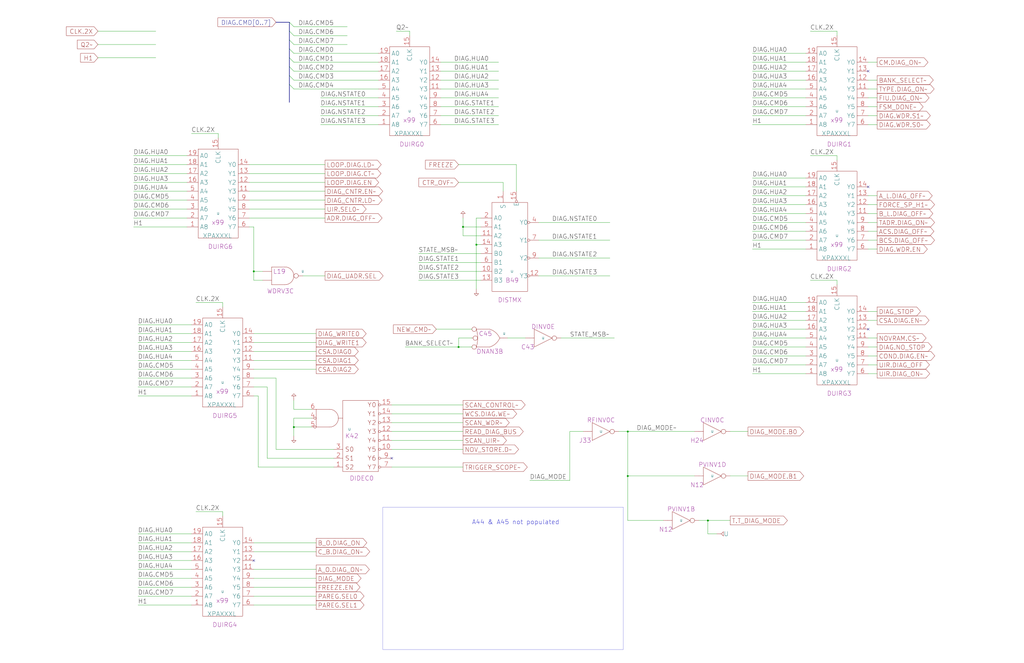
<source format=kicad_sch>
(kicad_sch (version 20220404) (generator eeschema)
  (paper "User" 584.2 378.46)
  (title_block (title "DIAGNOSTIC PROCESSOR\\nFINITE STATE MACHINE") (date "15-MAR-90") (rev "1.0") (comment 1 "TYPE") (comment 2 "232-003062") (comment 3 "S400") (comment 4 "RELEASED"))
  (lib_symbols
    (symbol "r1000:F04" (pin_numbers hide) (pin_names hide)
      (property "Reference" "U" (at 0 0 0))
      (property "Value" "F04" (at 1.27 -5.08 0))
      (property "Location" "___" (at -12.7 -5.08 0))
      (property "Name" "______" (at 0 5.08 0))
      (symbol "F04_0_1"
        (polyline (pts (xy -7.62 0) (xy -5.08 0)) (stroke (width 0.1524)))
        (polyline (pts (xy -5.08 5.08) (xy -5.08 -5.08)) (stroke (width 0.1524)))
        (polyline (pts (xy 5.08 0) (xy -5.08 -5.08)) (stroke (width 0.1524)))
        (polyline (pts (xy 5.08 0) (xy -5.08 5.08)) (stroke (width 0.1524)))
        (circle (center 6.35 0) (radius 1.27) (stroke (width 0.1524)))
      )
      (symbol "F04_1_1"
        (pin input line (at -10.16 0 0) (length 2.54) (name "D0") (number "1"))
        (pin output line (at 10.16 0 180) (length 2.54) (name "Q") (number "2"))
      )
    )
    (symbol "r1000:F10" (pin_numbers hide) (pin_names hide)
      (property "Reference" "U" (at 13.335 0 0))
      (property "Value" "F10" (at 5.715 -5.08 0))
      (property "Location" "___" (at -1.27 0 0))
      (property "Name" "______" (at -2.54 -10.16 0))
      (symbol "F10_0_1"
        (polyline (pts (xy -2.54 -7.62) (xy 5.08 -7.62)) (stroke (width 0.1524)))
        (polyline (pts (xy -2.54 2.54) (xy 5.08 2.54)) (stroke (width 0.1524)))
        (polyline (pts (xy -2.54 3.81) (xy -2.54 -8.89)) (stroke (width 0.1524)))
        (arc (start 5.08 -7.62) (mid 10.1282 -2.54) (end 5.08 2.54) (stroke (width 0.1524)))
        (circle (center 11.43 -2.54) (radius 1.27) (stroke (width 0.1524)))
      )
      (symbol "F10_0_2"
        (circle (center -3.81 -7.62) (radius 1.27) (stroke (width 0.1524)))
        (circle (center -3.81 2.54) (radius 1.27) (stroke (width 0.1524)))
        (circle (center -3.175 -2.54) (radius 1.27) (stroke (width 0.1524)))
        (arc (start -2.54 -7.62) (mid -1.8195 -2.54) (end -2.54 2.54) (stroke (width 0.1524)))
        (polyline (pts (xy -4.445 -2.54) (xy -5.08 -2.54)) (stroke (width 0.1524)))
        (polyline (pts (xy -2.54 -7.62) (xy 5.08 -7.62)) (stroke (width 0.1524)))
        (polyline (pts (xy -2.54 2.54) (xy 5.08 2.54)) (stroke (width 0.1524)))
        (polyline (pts (xy 10.795 -2.54) (xy 12.7 -2.54)) (stroke (width 0.1524)))
        (arc (start 5.08 -7.62) (mid 8.4845 -5.6954) (end 10.795 -2.54) (stroke (width 0.1524)))
        (arc (start 10.795 -2.54) (mid 8.4807 0.6111) (end 5.08 2.54) (stroke (width 0.1524)))
      )
      (symbol "F10_1_1"
        (pin input line (at -5.08 2.54 0) (length 2.54) (name "D0") (number "1"))
        (pin input line (at -5.08 -2.54 0) (length 2.54) (name "D1") (number "2"))
        (pin input line (at -5.08 -7.62 0) (length 2.54) (name "D2") (number "3"))
        (pin output line (at 15.24 -2.54 180) (length 2.54) (name "Q") (number "4"))
      )
      (symbol "F10_1_2"
        (pin input line (at -5.08 2.54 0) (length 0) (name "D0") (number "1"))
        (pin input line (at -5.08 -2.54 0) (length 0) (name "D1") (number "2"))
        (pin input line (at -5.08 -7.62 0) (length 0) (name "D2") (number "3"))
        (pin output line (at 15.24 -2.54 180) (length 2.54) (name "Q") (number "4"))
      )
    )
    (symbol "r1000:F138" (pin_names (offset 1.016) hide)
      (property "Reference" "U" (at 1.27 3.81 0))
      (property "Value" "F138" (at -1.27 10.16 0))
      (property "Location" "___" (at -1.27 0 0))
      (property "Name" "______" (at 8.255 -24.13 0))
      (symbol "F138_0_0"
        (arc (start -10.16 5.08) (mid -6.5679 6.5679) (end -5.08 10.16) (stroke (width 0.1524)))
        (arc (start -5.08 10.16) (mid -6.5679 13.7521) (end -10.16 15.24) (stroke (width 0.1524)))
        (polyline (pts (xy -17.78 5.08) (xy -10.16 5.08)) (stroke (width 0.1524)))
        (polyline (pts (xy -17.78 15.24) (xy -10.16 15.24)) (stroke (width 0.1524)))
      )
      (symbol "F138_0_1"
        (circle (center -18.415 5.08) (radius 0.635) (stroke (width 0.1524)))
        (circle (center -18.415 10.16) (radius 0.635) (stroke (width 0.1524)))
        (rectangle (start -2.54 20.32) (end 17.78 -20.32) (stroke (width 0.1524)))
        (polyline (pts (xy -19.05 15.24) (xy -17.78 15.24)) (stroke (width 0.1524)))
        (polyline (pts (xy -17.78 15.24) (xy -17.78 5.08)) (stroke (width 0.1524)))
        (polyline (pts (xy -2.54 10.16) (xy -5.08 10.16)) (stroke (width 0.1524)))
      )
      (symbol "F138_1_1"
        (circle (center 18.415 -17.78) (radius 0.635))
        (circle (center 18.415 -12.7) (radius 0.635))
        (circle (center 18.415 -7.62) (radius 0.635))
        (circle (center 18.415 -2.54) (radius 0.635))
        (circle (center 18.415 2.54) (radius 0.635))
        (circle (center 18.415 7.62) (radius 0.635))
        (circle (center 18.415 12.7) (radius 0.635))
        (circle (center 18.415 17.78) (radius 0.635))
        (text "0" (at 2.54 -7.62 0) (effects (font (size 2.54 2.54))))
        (text "0" (at 15.24 17.78 0) (effects (font (size 2.54 2.54))))
        (text "1" (at 2.54 -12.7 0) (effects (font (size 2.54 2.54))))
        (text "1" (at 15.24 12.7 0) (effects (font (size 2.54 2.54))))
        (text "2" (at 2.54 -17.78 0) (effects (font (size 2.54 2.54))))
        (text "2" (at 15.24 7.62 0) (effects (font (size 2.54 2.54))))
        (text "3" (at 15.24 2.54 0) (effects (font (size 2.54 2.54))))
        (text "4" (at 15.24 -2.54 0) (effects (font (size 2.54 2.54))))
        (text "5" (at 15.24 -7.62 0) (effects (font (size 2.54 2.54))))
        (text "6" (at 15.24 -12.7 0) (effects (font (size 2.54 2.54))))
        (text "7" (at 15.24 -17.78 0) (effects (font (size 2.54 2.54))))
        (text "S" (at 0 -17.78 0) (effects (font (size 2.54 2.54))))
        (text "S" (at 0 -12.7 0) (effects (font (size 2.54 2.54))))
        (text "S" (at 0 -7.62 0) (effects (font (size 2.54 2.54))))
        (text "Y" (at 12.7 -17.78 0) (effects (font (size 2.54 2.54))))
        (text "Y" (at 12.7 -12.7 0) (effects (font (size 2.54 2.54))))
        (text "Y" (at 12.7 -7.62 0) (effects (font (size 2.54 2.54))))
        (text "Y" (at 12.7 -2.54 0) (effects (font (size 2.54 2.54))))
        (text "Y" (at 12.7 2.54 0) (effects (font (size 2.54 2.54))))
        (text "Y" (at 12.7 7.62 0) (effects (font (size 2.54 2.54))))
        (text "Y" (at 12.7 12.7 0) (effects (font (size 2.54 2.54))))
        (text "Y" (at 12.7 17.78 0) (effects (font (size 2.54 2.54))))
        (pin input line (at -7.62 -17.78 0) (length 5.08) (name "S2") (number "1"))
        (pin output line (at 25.4 -7.62 180) (length 6.35) (name "Y5_") (number "10"))
        (pin output line (at 25.4 -2.54 180) (length 6.35) (name "Y4_") (number "11"))
        (pin output line (at 25.4 2.54 180) (length 6.35) (name "Y3_") (number "12"))
        (pin output line (at 25.4 7.62 180) (length 6.35) (name "Y2_") (number "13"))
        (pin output line (at 25.4 12.7 180) (length 6.35) (name "Y1_") (number "14"))
        (pin output line (at 25.4 17.78 180) (length 6.35) (name "Y0_") (number "15"))
        (pin input line (at -7.62 -12.7 0) (length 5.08) (name "S1") (number "2"))
        (pin input line (at -7.62 -7.62 0) (length 5.08) (name "S0") (number "3"))
        (pin input line (at -20.32 10.16 0) (length 1.27) (name "D1") (number "4"))
        (pin input line (at -20.32 5.08 0) (length 1.27) (name "D2") (number "5"))
        (pin input line (at -20.32 15.24 0) (length 1.27) (name "D0") (number "6"))
        (pin output line (at 25.4 -17.78 180) (length 6.35) (name "Y7_") (number "7"))
        (pin output line (at 25.4 -12.7 180) (length 6.35) (name "Y6_") (number "9"))
      )
    )
    (symbol "r1000:F158" (pin_names (offset 1.016))
      (property "Reference" "U" (at 2.54 5.08 0))
      (property "Value" "F158" (at -3.81 -5.08 0))
      (property "Location" "___" (at -1.27 0 0))
      (property "Name" "______" (at 1.27 -12.7 0))
      (symbol "F158_1_1"
        (rectangle (start -8.89 44.45) (end 11.43 -6.35))
        (circle (center 5.08 45.085) (radius 0.635))
        (circle (center 12.065 2.54) (radius 0.635))
        (circle (center 12.065 12.7) (radius 0.635))
        (circle (center 12.065 22.86) (radius 0.635))
        (circle (center 12.065 33.02) (radius 0.635))
        (pin input line (at -2.54 50.8 270) (length 6.35) (name "S") (number "1"))
        (pin input line (at -15.24 5.08 0) (length 6.35) (name "B2") (number "10"))
        (pin input line (at -15.24 25.4 0) (length 6.35) (name "A2") (number "11"))
        (pin output line (at 17.78 2.54 180) (length 5.08) (name "Y3") (number "12"))
        (pin input line (at -15.24 0 0) (length 6.35) (name "B3") (number "13"))
        (pin input line (at -15.24 20.32 0) (length 6.35) (name "A3") (number "14"))
        (pin input line (at 5.08 50.8 270) (length 5.08) (name "E") (number "15"))
        (pin input line (at -15.24 35.56 0) (length 6.35) (name "A0") (number "2"))
        (pin input line (at -15.24 15.24 0) (length 6.35) (name "B0") (number "3"))
        (pin output line (at 17.78 33.02 180) (length 5.08) (name "Y0") (number "4"))
        (pin input line (at -15.24 30.48 0) (length 6.35) (name "A1") (number "5"))
        (pin input line (at -15.24 10.16 0) (length 6.35) (name "B1") (number "6"))
        (pin output line (at 17.78 22.86 180) (length 5.08) (name "Y1") (number "7"))
        (pin output line (at 17.78 12.7 180) (length 5.08) (name "Y2") (number "9"))
      )
    )
    (symbol "r1000:F37" (pin_numbers hide) (pin_names (offset 0) hide)
      (property "Reference" "U" (at 15.24 0 0))
      (property "Value" "F37" (at 1.905 -5.08 0))
      (property "Location" "___" (at 1.905 0 0))
      (property "Name" "______" (at 2.54 -12.7 0))
      (symbol "F37_0_1"
        (polyline (pts (xy -2.54 -7.62) (xy 5.08 -7.62)) (stroke (width 0.1524)))
        (polyline (pts (xy -2.54 2.54) (xy -2.54 -7.62)) (stroke (width 0.1524)))
        (polyline (pts (xy -2.54 2.54) (xy 5.08 2.54)) (stroke (width 0.1524)))
        (arc (start 5.08 -7.62) (mid 10.1282 -2.54) (end 5.08 2.54) (stroke (width 0.1524)))
        (circle (center 11.43 -2.54) (radius 1.27) (stroke (width 0.1524)))
      )
      (symbol "F37_0_2"
        (circle (center -3.81 -5.08) (radius 1.27) (stroke (width 0.1524)))
        (circle (center -3.81 0) (radius 1.27) (stroke (width 0.1524)))
        (arc (start -3.175 -7.62) (mid -2.134 -2.54) (end -3.175 2.54) (stroke (width 0.1524)))
        (polyline (pts (xy -3.175 -7.62) (xy 3.81 -7.62)) (stroke (width 0.1524)))
        (polyline (pts (xy -3.175 2.54) (xy 3.81 2.54)) (stroke (width 0.1524)))
        (arc (start 3.81 -7.62) (mid 7.5855 -5.8306) (end 10.16 -2.54) (stroke (width 0.1524)))
        (arc (start 10.16 -2.54) (mid 7.5827 0.7471) (end 3.81 2.54) (stroke (width 0.1524)))
      )
      (symbol "F37_1_1"
        (pin input line (at -7.62 0 0) (length 5.08) (name "D0") (number "1"))
        (pin input line (at -7.62 -5.08 0) (length 5.08) (name "D1") (number "2"))
        (pin output line (at 15.24 -2.54 180) (length 2.54) (name "Q") (number "3"))
      )
      (symbol "F37_1_2"
        (pin input line (at -7.62 0 0) (length 2.54) (name "D0") (number "1"))
        (pin input line (at -7.62 -5.08 0) (length 2.54) (name "D1") (number "2"))
        (pin output line (at 15.24 -2.54 180) (length 5.08) (name "Q") (number "3"))
      )
    )
    (symbol "r1000:GB" (pin_numbers hide) (pin_names (offset 0) hide)
      (property "Reference" "GB" (at 3.81 0 0))
      (symbol "GB_0_1"
        (polyline (pts (xy 2.54 0) (xy 3.81 1.27) (xy 3.81 -1.27) (xy 2.54 0)) (stroke (width 0.1524)))
      )
      (symbol "GB_1_1"
        (pin bidirectional line (at 0 0 0) (length 2.54) (name "") (number "1"))
      )
    )
    (symbol "r1000:PD" (power) (pin_numbers hide) (pin_names hide) (in_bom no)
      (symbol "PD_0_1"
        (polyline (pts (xy 0 -2.54) (xy 1.27 -2.54) (xy 0 -3.81) (xy -1.27 -2.54) (xy 0 -2.54)) (stroke (width 0.1524)))
      )
      (symbol "PD_1_1"
        (pin power_in line (at 0 0 270) (length 2.54) (name "PD") (number "1"))
      )
    )
    (symbol "r1000:PU" (power) (pin_numbers hide) (pin_names hide)
      (symbol "PU_0_1"
        (polyline (pts (xy 0 2.54) (xy -1.27 2.54) (xy 0 3.81) (xy 1.27 2.54) (xy 0 2.54)) (stroke (width 0.1524)))
      )
      (symbol "PU_1_1"
        (pin power_in line (at 0 0 90) (length 2.54) (name "PU") (number "1"))
      )
    )
    (symbol "r1000:XPAXXXL" (pin_names (offset 1.016))
      (property "Reference" "U" (at 2.54 5.08 0))
      (property "Value" "XPAXXXL" (at -6.35 -7.62 0))
      (property "Location" "___" (at -1.27 0 0))
      (property "Name" "______" (at 3.81 -15.24 0))
      (symbol "XPAXXXL_1_1"
        (rectangle (start -8.89 41.91) (end 13.97 -8.89))
        (pin input line (at -15.24 -2.54 0) (length 6.35) (name "A8") (number "1"))
        (pin output line (at 20.32 17.78 180) (length 6.35) (name "Y3") (number "11"))
        (pin output line (at 20.32 22.86 180) (length 6.35) (name "Y2") (number "12"))
        (pin output line (at 20.32 27.94 180) (length 6.35) (name "Y1") (number "13"))
        (pin output line (at 20.32 33.02 180) (length 6.35) (name "Y0") (number "14"))
        (pin input line (at 2.54 48.26 270) (length 6.35) (name "CLK") (number "15"))
        (pin input line (at -15.24 22.86 0) (length 6.35) (name "A3") (number "16"))
        (pin input line (at -15.24 27.94 0) (length 6.35) (name "A2") (number "17"))
        (pin input line (at -15.24 33.02 0) (length 6.35) (name "A1") (number "18"))
        (pin input line (at -15.24 38.1 0) (length 6.35) (name "A0") (number "19"))
        (pin input line (at -15.24 2.54 0) (length 6.35) (name "A7") (number "2"))
        (pin input line (at -15.24 7.62 0) (length 6.35) (name "A6") (number "3"))
        (pin input line (at -15.24 12.7 0) (length 6.35) (name "A5") (number "4"))
        (pin input line (at -15.24 17.78 0) (length 6.35) (name "A4") (number "5"))
        (pin output line (at 20.32 -2.54 180) (length 6.35) (name "Y7") (number "6"))
        (pin output line (at 20.32 2.54 180) (length 6.35) (name "Y6") (number "7"))
        (pin output line (at 20.32 7.62 180) (length 6.35) (name "Y5") (number "8"))
        (pin output line (at 20.32 12.7 180) (length 6.35) (name "Y4") (number "9"))
      )
    )
  )
  (junction (at 358.14 246.38))
  (junction (at 403.86 297.18))
  (junction (at 264.16 129.54))
  (junction (at 167.64 243.84))
  (junction (at 261.62 198.12))
  (junction (at 144.78 154.94))
  (junction (at 358.14 271.78))
  (junction (at 271.78 139.7))
  (no_connect (at 495.3 40.64))
  (no_connect (at 495.3 106.68))
  (no_connect (at 495.3 187.96))
  (no_connect (at 144.78 320.04))
  (no_connect (at 223.52 261.62))
  (bus_entry (at 165.1 22.86) (size 2.54 2.54))
  (bus_entry (at 165.1 33.02) (size 2.54 2.54))
  (bus_entry (at 165.1 38.1) (size 2.54 2.54))
  (bus_entry (at 165.1 27.94) (size 2.54 2.54))
  (bus_entry (at 165.1 12.7) (size 2.54 2.54))
  (bus_entry (at 165.1 43.18) (size 2.54 2.54))
  (bus_entry (at 165.1 48.26) (size 2.54 2.54))
  (bus_entry (at 165.1 17.78) (size 2.54 2.54))
  (polyline (pts (xy 220.98 289.56) (xy 355.6 289.56)) (stroke (width 0.0243)))
  (wire (pts (xy 152.4 261.62) (xy 190.5 261.62)))
  (wire (pts (xy 157.48 256.54) (xy 190.5 256.54)))
  (wire (pts (xy 251.46 45.72) (xy 284.48 45.72)))
  (wire (pts (xy 238.76 149.86) (xy 274.32 149.86)))
  (wire (pts (xy 269.24 193.04) (xy 261.62 193.04)))
  (wire (pts (xy 144.78 309.88) (xy 180.34 309.88)))
  (wire (pts (xy 223.52 241.3) (xy 264.16 241.3)))
  (wire (pts (xy 144.78 210.82) (xy 180.34 210.82)))
  (wire (pts (xy 274.32 129.54) (xy 264.16 129.54)))
  (wire (pts (xy 78.74 210.82) (xy 109.22 210.82)))
  (wire (pts (xy 477.52 88.9) (xy 477.52 91.44)))
  (wire (pts (xy 144.78 200.66) (xy 180.34 200.66)))
  (wire (pts (xy 307.34 147.32) (xy 347.98 147.32)))
  (wire (pts (xy 251.46 50.8) (xy 284.48 50.8)))
  (wire (pts (xy 307.34 137.16) (xy 347.98 137.16)))
  (bus (pts (xy 157.48 12.7) (xy 165.1 12.7)))
  (wire (pts (xy 274.32 134.62) (xy 264.16 134.62)))
  (wire (pts (xy 495.3 66.04) (xy 500.38 66.04)))
  (wire (pts (xy 429.26 127) (xy 459.74 127)))
  (wire (pts (xy 55.88 33.02) (xy 88.9 33.02)))
  (wire (pts (xy 495.3 127) (xy 500.38 127)))
  (wire (pts (xy 238.76 144.78) (xy 274.32 144.78)))
  (wire (pts (xy 429.26 66.04) (xy 459.74 66.04)))
  (wire (pts (xy 238.76 160.02) (xy 274.32 160.02)))
  (wire (pts (xy 76.2 114.3) (xy 106.68 114.3)))
  (wire (pts (xy 144.78 330.2) (xy 180.34 330.2)))
  (wire (pts (xy 167.64 238.76) (xy 167.64 243.84)))
  (wire (pts (xy 182.88 71.12) (xy 215.9 71.12)))
  (wire (pts (xy 264.16 134.62) (xy 264.16 129.54)))
  (wire (pts (xy 78.74 226.06) (xy 109.22 226.06)))
  (wire (pts (xy 78.74 335.28) (xy 109.22 335.28)))
  (wire (pts (xy 477.52 17.78) (xy 477.52 20.32)))
  (wire (pts (xy 495.3 132.08) (xy 500.38 132.08)))
  (wire (pts (xy 233.68 20.32) (xy 233.68 17.78)))
  (wire (pts (xy 495.3 177.8) (xy 500.38 177.8)))
  (wire (pts (xy 416.56 246.38) (xy 426.72 246.38)))
  (wire (pts (xy 167.64 30.48) (xy 215.9 30.48)))
  (wire (pts (xy 287.02 109.22) (xy 287.02 104.14)))
  (wire (pts (xy 167.64 20.32) (xy 198.12 20.32)))
  (bus (pts (xy 165.1 38.1) (xy 165.1 43.18)))
  (wire (pts (xy 152.4 220.98) (xy 152.4 261.62)))
  (wire (pts (xy 78.74 330.2) (xy 109.22 330.2)))
  (wire (pts (xy 144.78 215.9) (xy 157.48 215.9)))
  (wire (pts (xy 403.86 297.18) (xy 416.56 297.18)))
  (polyline (pts (xy 355.6 289.56) (xy 355.6 370.84)) (stroke (width 0.0243)))
  (wire (pts (xy 238.76 154.94) (xy 274.32 154.94)))
  (wire (pts (xy 223.52 231.14) (xy 264.16 231.14)))
  (wire (pts (xy 248.92 187.96) (xy 269.24 187.96)))
  (wire (pts (xy 172.72 157.48) (xy 185.42 157.48)))
  (wire (pts (xy 429.26 142.24) (xy 459.74 142.24)))
  (wire (pts (xy 429.26 45.72) (xy 459.74 45.72)))
  (wire (pts (xy 429.26 132.08) (xy 459.74 132.08)))
  (wire (pts (xy 223.52 236.22) (xy 264.16 236.22)))
  (wire (pts (xy 462.28 88.9) (xy 477.52 88.9)))
  (wire (pts (xy 251.46 55.88) (xy 284.48 55.88)))
  (wire (pts (xy 76.2 93.98) (xy 106.68 93.98)))
  (wire (pts (xy 462.28 160.02) (xy 477.52 160.02)))
  (wire (pts (xy 353.06 246.38) (xy 358.14 246.38)))
  (wire (pts (xy 358.14 297.18) (xy 358.14 271.78)))
  (wire (pts (xy 144.78 345.44) (xy 180.34 345.44)))
  (wire (pts (xy 76.2 104.14) (xy 106.68 104.14)))
  (wire (pts (xy 358.14 271.78) (xy 358.14 246.38)))
  (wire (pts (xy 167.64 233.68) (xy 167.64 228.6)))
  (wire (pts (xy 78.74 304.8) (xy 109.22 304.8)))
  (wire (pts (xy 332.74 246.38) (xy 325.12 246.38)))
  (wire (pts (xy 495.3 137.16) (xy 500.38 137.16)))
  (wire (pts (xy 144.78 154.94) (xy 144.78 129.54)))
  (wire (pts (xy 429.26 40.64) (xy 459.74 40.64)))
  (wire (pts (xy 78.74 185.42) (xy 109.22 185.42)))
  (wire (pts (xy 429.26 121.92) (xy 459.74 121.92)))
  (wire (pts (xy 78.74 340.36) (xy 109.22 340.36)))
  (wire (pts (xy 274.32 124.46) (xy 271.78 124.46)))
  (wire (pts (xy 264.16 129.54) (xy 264.16 124.46)))
  (bus (pts (xy 165.1 27.94) (xy 165.1 33.02)))
  (wire (pts (xy 325.12 274.32) (xy 302.26 274.32)))
  (wire (pts (xy 429.26 203.2) (xy 459.74 203.2)))
  (wire (pts (xy 167.64 243.84) (xy 177.8 243.84)))
  (wire (pts (xy 142.24 124.46) (xy 185.42 124.46)))
  (wire (pts (xy 76.2 119.38) (xy 106.68 119.38)))
  (wire (pts (xy 495.3 182.88) (xy 500.38 182.88)))
  (wire (pts (xy 167.64 15.24) (xy 198.12 15.24)))
  (wire (pts (xy 226.06 17.78) (xy 233.68 17.78)))
  (wire (pts (xy 144.78 154.94) (xy 149.86 154.94)))
  (wire (pts (xy 142.24 119.38) (xy 185.42 119.38)))
  (wire (pts (xy 76.2 109.22) (xy 106.68 109.22)))
  (wire (pts (xy 495.3 203.2) (xy 500.38 203.2)))
  (wire (pts (xy 78.74 220.98) (xy 109.22 220.98)))
  (wire (pts (xy 78.74 345.44) (xy 109.22 345.44)))
  (wire (pts (xy 149.86 160.02) (xy 144.78 160.02)))
  (wire (pts (xy 271.78 139.7) (xy 271.78 165.1)))
  (wire (pts (xy 223.52 251.46) (xy 264.16 251.46)))
  (wire (pts (xy 294.64 93.98) (xy 261.62 93.98)))
  (wire (pts (xy 223.52 266.7) (xy 264.16 266.7)))
  (wire (pts (xy 124.46 76.2) (xy 124.46 78.74)))
  (wire (pts (xy 429.26 187.96) (xy 459.74 187.96)))
  (wire (pts (xy 55.88 25.4) (xy 88.9 25.4)))
  (wire (pts (xy 167.64 243.84) (xy 167.64 248.92)))
  (wire (pts (xy 495.3 142.24) (xy 500.38 142.24)))
  (wire (pts (xy 167.64 50.8) (xy 215.9 50.8)))
  (wire (pts (xy 429.26 106.68) (xy 459.74 106.68)))
  (wire (pts (xy 320.04 193.04) (xy 350.52 193.04)))
  (wire (pts (xy 167.64 25.4) (xy 198.12 25.4)))
  (wire (pts (xy 429.26 193.04) (xy 459.74 193.04)))
  (wire (pts (xy 147.32 226.06) (xy 147.32 266.7)))
  (wire (pts (xy 261.62 198.12) (xy 269.24 198.12)))
  (wire (pts (xy 78.74 314.96) (xy 109.22 314.96)))
  (wire (pts (xy 142.24 93.98) (xy 185.42 93.98)))
  (wire (pts (xy 495.3 121.92) (xy 500.38 121.92)))
  (wire (pts (xy 78.74 195.58) (xy 109.22 195.58)))
  (wire (pts (xy 76.2 99.06) (xy 106.68 99.06)))
  (wire (pts (xy 182.88 60.96) (xy 215.9 60.96)))
  (wire (pts (xy 142.24 104.14) (xy 185.42 104.14)))
  (wire (pts (xy 416.56 271.78) (xy 426.72 271.78)))
  (wire (pts (xy 144.78 195.58) (xy 180.34 195.58)))
  (bus (pts (xy 165.1 22.86) (xy 165.1 27.94)))
  (wire (pts (xy 78.74 190.5) (xy 109.22 190.5)))
  (wire (pts (xy 261.62 193.04) (xy 261.62 198.12)))
  (wire (pts (xy 78.74 320.04) (xy 109.22 320.04)))
  (wire (pts (xy 177.8 238.76) (xy 167.64 238.76)))
  (wire (pts (xy 147.32 266.7) (xy 190.5 266.7)))
  (bus (pts (xy 165.1 17.78) (xy 165.1 22.86)))
  (wire (pts (xy 358.14 271.78) (xy 396.24 271.78)))
  (wire (pts (xy 177.8 233.68) (xy 167.64 233.68)))
  (wire (pts (xy 127 172.72) (xy 127 175.26)))
  (wire (pts (xy 271.78 124.46) (xy 271.78 139.7)))
  (wire (pts (xy 294.64 109.22) (xy 294.64 93.98)))
  (bus (pts (xy 165.1 33.02) (xy 165.1 38.1)))
  (wire (pts (xy 55.88 17.78) (xy 88.9 17.78)))
  (wire (pts (xy 403.86 304.8) (xy 403.86 297.18)))
  (wire (pts (xy 144.78 205.74) (xy 180.34 205.74)))
  (wire (pts (xy 429.26 177.8) (xy 459.74 177.8)))
  (wire (pts (xy 251.46 40.64) (xy 284.48 40.64)))
  (wire (pts (xy 78.74 205.74) (xy 109.22 205.74)))
  (wire (pts (xy 429.26 111.76) (xy 459.74 111.76)))
  (wire (pts (xy 231.14 198.12) (xy 261.62 198.12)))
  (wire (pts (xy 144.78 160.02) (xy 144.78 154.94)))
  (wire (pts (xy 495.3 50.8) (xy 500.38 50.8)))
  (wire (pts (xy 144.78 226.06) (xy 147.32 226.06)))
  (bus (pts (xy 165.1 12.7) (xy 165.1 17.78)))
  (wire (pts (xy 429.26 101.6) (xy 459.74 101.6)))
  (wire (pts (xy 398.78 297.18) (xy 403.86 297.18)))
  (wire (pts (xy 109.22 76.2) (xy 124.46 76.2)))
  (wire (pts (xy 495.3 111.76) (xy 500.38 111.76)))
  (wire (pts (xy 429.26 30.48) (xy 459.74 30.48)))
  (wire (pts (xy 358.14 246.38) (xy 396.24 246.38)))
  (wire (pts (xy 289.56 193.04) (xy 299.72 193.04)))
  (wire (pts (xy 78.74 200.66) (xy 109.22 200.66)))
  (wire (pts (xy 251.46 60.96) (xy 284.48 60.96)))
  (wire (pts (xy 142.24 114.3) (xy 185.42 114.3)))
  (wire (pts (xy 495.3 55.88) (xy 500.38 55.88)))
  (polyline (pts (xy 355.6 370.84) (xy 218.44 370.84)) (stroke (width 0.0243)))
  (wire (pts (xy 144.78 325.12) (xy 180.34 325.12)))
  (wire (pts (xy 429.26 71.12) (xy 459.74 71.12)))
  (wire (pts (xy 429.26 35.56) (xy 459.74 35.56)))
  (wire (pts (xy 157.48 215.9) (xy 157.48 256.54)))
  (wire (pts (xy 287.02 104.14) (xy 261.62 104.14)))
  (wire (pts (xy 144.78 129.54) (xy 142.24 129.54)))
  (wire (pts (xy 223.52 256.54) (xy 264.16 256.54)))
  (wire (pts (xy 251.46 66.04) (xy 284.48 66.04)))
  (wire (pts (xy 307.34 157.48) (xy 347.98 157.48)))
  (wire (pts (xy 495.3 35.56) (xy 500.38 35.56)))
  (wire (pts (xy 182.88 55.88) (xy 215.9 55.88)))
  (wire (pts (xy 408.94 304.8) (xy 403.86 304.8)))
  (wire (pts (xy 182.88 66.04) (xy 215.9 66.04)))
  (wire (pts (xy 127 292.1) (xy 127 294.64)))
  (wire (pts (xy 271.78 139.7) (xy 274.32 139.7)))
  (bus (pts (xy 165.1 43.18) (xy 165.1 48.26)))
  (wire (pts (xy 167.64 45.72) (xy 215.9 45.72)))
  (wire (pts (xy 167.64 40.64) (xy 215.9 40.64)))
  (wire (pts (xy 495.3 116.84) (xy 500.38 116.84)))
  (wire (pts (xy 429.26 137.16) (xy 459.74 137.16)))
  (wire (pts (xy 429.26 172.72) (xy 459.74 172.72)))
  (wire (pts (xy 495.3 208.28) (xy 500.38 208.28)))
  (wire (pts (xy 495.3 213.36) (xy 500.38 213.36)))
  (wire (pts (xy 142.24 109.22) (xy 185.42 109.22)))
  (wire (pts (xy 495.3 193.04) (xy 500.38 193.04)))
  (wire (pts (xy 429.26 213.36) (xy 459.74 213.36)))
  (wire (pts (xy 429.26 198.12) (xy 459.74 198.12)))
  (wire (pts (xy 76.2 124.46) (xy 106.68 124.46)))
  (wire (pts (xy 76.2 88.9) (xy 106.68 88.9)))
  (wire (pts (xy 111.76 172.72) (xy 127 172.72)))
  (wire (pts (xy 495.3 45.72) (xy 500.38 45.72)))
  (wire (pts (xy 429.26 50.8) (xy 459.74 50.8)))
  (wire (pts (xy 78.74 215.9) (xy 109.22 215.9)))
  (wire (pts (xy 477.52 160.02) (xy 477.52 162.56)))
  (wire (pts (xy 251.46 35.56) (xy 284.48 35.56)))
  (wire (pts (xy 111.76 292.1) (xy 127 292.1)))
  (wire (pts (xy 144.78 220.98) (xy 152.4 220.98)))
  (wire (pts (xy 325.12 246.38) (xy 325.12 274.32)))
  (wire (pts (xy 251.46 71.12) (xy 284.48 71.12)))
  (wire (pts (xy 144.78 314.96) (xy 180.34 314.96)))
  (wire (pts (xy 462.28 17.78) (xy 477.52 17.78)))
  (wire (pts (xy 307.34 127) (xy 347.98 127)))
  (polyline (pts (xy 218.44 370.84) (xy 218.44 289.56)) (stroke (width 0.0243)))
  (wire (pts (xy 144.78 340.36) (xy 180.34 340.36)))
  (wire (pts (xy 142.24 99.06) (xy 185.42 99.06)))
  (wire (pts (xy 378.46 297.18) (xy 358.14 297.18)))
  (wire (pts (xy 76.2 129.54) (xy 106.68 129.54)))
  (wire (pts (xy 429.26 116.84) (xy 459.74 116.84)))
  (bus (pts (xy 165.1 48.26) (xy 165.1 58.42)))
  (wire (pts (xy 495.3 198.12) (xy 500.38 198.12)))
  (wire (pts (xy 429.26 55.88) (xy 459.74 55.88)))
  (wire (pts (xy 429.26 182.88) (xy 459.74 182.88)))
  (wire (pts (xy 495.3 60.96) (xy 500.38 60.96)))
  (wire (pts (xy 429.26 60.96) (xy 459.74 60.96)))
  (wire (pts (xy 429.26 208.28) (xy 459.74 208.28)))
  (polyline (pts (xy 218.44 289.56) (xy 220.98 289.56)) (stroke (width 0.0243)))
  (wire (pts (xy 144.78 335.28) (xy 180.34 335.28)))
  (wire (pts (xy 78.74 325.12) (xy 109.22 325.12)))
  (wire (pts (xy 495.3 71.12) (xy 500.38 71.12)))
  (wire (pts (xy 167.64 35.56) (xy 215.9 35.56)))
  (wire (pts (xy 144.78 190.5) (xy 180.34 190.5)))
  (wire (pts (xy 78.74 309.88) (xy 109.22 309.88)))
  (wire (pts (xy 223.52 246.38) (xy 264.16 246.38)))
  (text "A44 & A45 not populated" (at 269.24 299.72 0) (effects (font (size 2.54 2.54)) (justify left bottom)))
  (label "DIAG.CMD0" (at 170.18 30.48 0) (effects (font (size 2.54 2.54))))
  (label "STATE_MSB~" (at 238.76 144.78 0) (effects (font (size 2.54 2.54))))
  (label "DIAG.NSTATE3" (at 182.88 71.12 0) (effects (font (size 2.54 2.54))))
  (label "Q2~" (at 226.06 17.78 0) (effects (font (size 2.54 2.54))))
  (label "DIAG.NSTATE1" (at 182.88 60.96 0) (effects (font (size 2.54 2.54))))
  (label "H1" (at 429.26 213.36 0) (effects (font (size 2.54 2.54))))
  (label "H1" (at 429.26 142.24 0) (effects (font (size 2.54 2.54))))
  (label "DIAG.HUA0" (at 78.74 185.42 0) (effects (font (size 2.54 2.54))))
  (label "DIAG.HUA2" (at 78.74 314.96 0) (effects (font (size 2.54 2.54))))
  (label "DIAG.STATE2" (at 238.76 154.94 0) (effects (font (size 2.54 2.54))))
  (label "DIAG.HUA3" (at 429.26 116.84 0) (effects (font (size 2.54 2.54))))
  (label "DIAG.HUA4" (at 429.26 121.92 0) (effects (font (size 2.54 2.54))))
  (label "DIAG.HUA3" (at 429.26 187.96 0) (effects (font (size 2.54 2.54))))
  (label "CLK.2X" (at 109.22 76.2 0) (effects (font (size 2.54 2.54))))
  (label "DIAG.STATE1" (at 238.76 149.86 0) (effects (font (size 2.54 2.54))))
  (label "DIAG.HUA0" (at 429.26 101.6 0) (effects (font (size 2.54 2.54))))
  (label "DIAG.HUA4" (at 76.2 109.22 0) (effects (font (size 2.54 2.54))))
  (label "DIAG.HUA4" (at 429.26 50.8 0) (effects (font (size 2.54 2.54))))
  (label "H1" (at 429.26 71.12 0) (effects (font (size 2.54 2.54))))
  (label "DIAG.CMD6" (at 170.18 20.32 0) (effects (font (size 2.54 2.54))))
  (label "DIAG.CMD6" (at 429.26 132.08 0) (effects (font (size 2.54 2.54))))
  (label "DIAG.HUA1" (at 429.26 35.56 0) (effects (font (size 2.54 2.54))))
  (label "DIAG.HUA1" (at 78.74 309.88 0) (effects (font (size 2.54 2.54))))
  (label "H1" (at 78.74 345.44 0) (effects (font (size 2.54 2.54))))
  (label "DIAG.HUA1" (at 76.2 93.98 0) (effects (font (size 2.54 2.54))))
  (label "DIAG.CMD6" (at 429.26 203.2 0) (effects (font (size 2.54 2.54))))
  (label "DIAG.HUA2" (at 259.08 45.72 0) (effects (font (size 2.54 2.54))))
  (label "DIAG.CMD5" (at 429.26 127 0) (effects (font (size 2.54 2.54))))
  (label "DIAG.HUA1" (at 78.74 190.5 0) (effects (font (size 2.54 2.54))))
  (label "DIAG.CMD1" (at 170.18 35.56 0) (effects (font (size 2.54 2.54))))
  (label "DIAG.NSTATE3" (at 314.96 157.48 0) (effects (font (size 2.54 2.54))))
  (label "DIAG.CMD4" (at 170.18 50.8 0) (effects (font (size 2.54 2.54))))
  (label "DIAG.HUA2" (at 76.2 99.06 0) (effects (font (size 2.54 2.54))))
  (label "DIAG.HUA0" (at 78.74 304.8 0) (effects (font (size 2.54 2.54))))
  (label "DIAG.HUA0" (at 259.08 35.56 0) (effects (font (size 2.54 2.54))))
  (label "DIAG.CMD7" (at 76.2 124.46 0) (effects (font (size 2.54 2.54))))
  (label "DIAG.HUA1" (at 429.26 106.68 0) (effects (font (size 2.54 2.54))))
  (label "DIAG.CMD5" (at 170.18 15.24 0) (effects (font (size 2.54 2.54))))
  (label "DIAG.CMD7" (at 78.74 340.36 0) (effects (font (size 2.54 2.54))))
  (label "DIAG.CMD6" (at 78.74 335.28 0) (effects (font (size 2.54 2.54))))
  (label "DIAG.HUA3" (at 429.26 45.72 0) (effects (font (size 2.54 2.54))))
  (label "STATE_MSB~" (at 325.12 193.04 0) (effects (font (size 2.54 2.54))))
  (label "DIAG.CMD7" (at 170.18 25.4 0) (effects (font (size 2.54 2.54))))
  (label "DIAG.HUA0" (at 429.26 172.72 0) (effects (font (size 2.54 2.54))))
  (label "DIAG.CMD6" (at 78.74 215.9 0) (effects (font (size 2.54 2.54))))
  (label "DIAG.NSTATE0" (at 182.88 55.88 0) (effects (font (size 2.54 2.54))))
  (label "DIAG.HUA2" (at 429.26 40.64 0) (effects (font (size 2.54 2.54))))
  (label "DIAG.HUA3" (at 78.74 200.66 0) (effects (font (size 2.54 2.54))))
  (label "BANK_SELECT~" (at 231.14 198.12 0) (effects (font (size 2.54 2.54))))
  (label "CLK.2X" (at 111.76 292.1 0) (effects (font (size 2.54 2.54))))
  (label "DIAG.CMD7" (at 429.26 208.28 0) (effects (font (size 2.54 2.54))))
  (label "DIAG.NSTATE2" (at 314.96 147.32 0) (effects (font (size 2.54 2.54))))
  (label "DIAG.HUA1" (at 429.26 177.8 0) (effects (font (size 2.54 2.54))))
  (label "H1" (at 78.74 226.06 0) (effects (font (size 2.54 2.54))))
  (label "DIAG_MODE~" (at 363.22 246.38 0) (effects (font (size 2.54 2.54))))
  (label "CLK.2X" (at 111.76 172.72 0) (effects (font (size 2.54 2.54))))
  (label "DIAG.CMD5" (at 76.2 114.3 0) (effects (font (size 2.54 2.54))))
  (label "DIAG.HUA0" (at 429.26 30.48 0) (effects (font (size 2.54 2.54))))
  (label "DIAG.STATE3" (at 238.76 160.02 0) (effects (font (size 2.54 2.54))))
  (label "DIAG.HUA2" (at 429.26 182.88 0) (effects (font (size 2.54 2.54))))
  (label "CLK.2X" (at 462.28 160.02 0) (effects (font (size 2.54 2.54))))
  (label "DIAG.NSTATE2" (at 182.88 66.04 0) (effects (font (size 2.54 2.54))))
  (label "DIAG.HUA3" (at 76.2 104.14 0) (effects (font (size 2.54 2.54))))
  (label "DIAG.HUA4" (at 259.08 55.88 0) (effects (font (size 2.54 2.54))))
  (label "DIAG.CMD5" (at 78.74 210.82 0) (effects (font (size 2.54 2.54))))
  (label "DIAG.CMD3" (at 170.18 45.72 0) (effects (font (size 2.54 2.54))))
  (label "DIAG.CMD6" (at 76.2 119.38 0) (effects (font (size 2.54 2.54))))
  (label "DIAG.NSTATE0" (at 314.96 127 0) (effects (font (size 2.54 2.54))))
  (label "DIAG.CMD5" (at 78.74 330.2 0) (effects (font (size 2.54 2.54))))
  (label "DIAG.HUA4" (at 429.26 193.04 0) (effects (font (size 2.54 2.54))))
  (label "DIAG.CMD2" (at 170.18 40.64 0) (effects (font (size 2.54 2.54))))
  (label "DIAG.HUA3" (at 78.74 320.04 0) (effects (font (size 2.54 2.54))))
  (label "DIAG.CMD7" (at 78.74 220.98 0) (effects (font (size 2.54 2.54))))
  (label "DIAG.HUA4" (at 78.74 205.74 0) (effects (font (size 2.54 2.54))))
  (label "DIAG.CMD7" (at 429.26 66.04 0) (effects (font (size 2.54 2.54))))
  (label "DIAG_MODE" (at 302.26 274.32 0) (effects (font (size 2.54 2.54))))
  (label "DIAG.CMD5" (at 429.26 198.12 0) (effects (font (size 2.54 2.54))))
  (label "DIAG.STATE2" (at 259.08 66.04 0) (effects (font (size 2.54 2.54))))
  (label "DIAG.CMD5" (at 429.26 55.88 0) (effects (font (size 2.54 2.54))))
  (label "CLK.2X" (at 462.28 88.9 0) (effects (font (size 2.54 2.54))))
  (label "DIAG.HUA4" (at 78.74 325.12 0) (effects (font (size 2.54 2.54))))
  (label "DIAG.CMD7" (at 429.26 137.16 0) (effects (font (size 2.54 2.54))))
  (label "H1" (at 76.2 129.54 0) (effects (font (size 2.54 2.54))))
  (label "CLK.2X" (at 462.28 17.78 0) (effects (font (size 2.54 2.54))))
  (label "DIAG.NSTATE1" (at 314.96 137.16 0) (effects (font (size 2.54 2.54))))
  (label "DIAG.STATE1" (at 259.08 60.96 0) (effects (font (size 2.54 2.54))))
  (label "DIAG.STATE3" (at 259.08 71.12 0) (effects (font (size 2.54 2.54))))
  (label "DIAG.CMD6" (at 429.26 60.96 0) (effects (font (size 2.54 2.54))))
  (label "DIAG.HUA3" (at 259.08 50.8 0) (effects (font (size 2.54 2.54))))
  (label "DIAG.HUA2" (at 429.26 111.76 0) (effects (font (size 2.54 2.54))))
  (label "DIAG.HUA1" (at 259.08 40.64 0) (effects (font (size 2.54 2.54))))
  (label "DIAG.HUA0" (at 76.2 88.9 0) (effects (font (size 2.54 2.54))))
  (label "DIAG.HUA2" (at 78.74 195.58 0) (effects (font (size 2.54 2.54))))
  (global_label "DIAG_MODE" (shape output) (at 180.34 330.2 0) (effects (font (size 2.54 2.54))) (property "Intersheet References" "${INTERSHEET_REFS}" (at 205.7793 330.0413 0) (effects (font (size 1.905 1.905)) (justify left))))
  (global_label "TADR.DIAG_ON~" (shape output) (at 500.38 127 0) (effects (font (size 2.54 2.54))) (property "Intersheet References" "${INTERSHEET_REFS}" (at 532.9555 126.8413 0) (effects (font (size 1.905 1.905)) (justify left))))
  (global_label "Q2~" (shape input) (at 55.88 25.4 180) (effects (font (size 2.54 2.54))) (property "Intersheet References" "${INTERSHEET_REFS}" (at 38.1816 25.2413 0) (effects (font (size 1.905 1.905)) (justify right))))
  (global_label "FORCE_SP_H1~" (shape output) (at 500.38 116.84 0) (effects (font (size 2.54 2.54))) (property "Intersheet References" "${INTERSHEET_REFS}" (at 532.9555 116.6813 0) (effects (font (size 1.905 1.905)) (justify left))))
  (global_label "CSA.DIAG.EN~" (shape output) (at 500.38 182.88 0) (effects (font (size 2.54 2.54))) (property "Intersheet References" "${INTERSHEET_REFS}" (at 529.8107 182.7213 0) (effects (font (size 1.905 1.905)) (justify left))))
  (global_label "CTR_OVF~" (shape input) (at 261.62 104.14 180) (effects (font (size 2.54 2.54))) (property "Intersheet References" "${INTERSHEET_REFS}" (at 239.2045 103.9813 0) (effects (font (size 1.905 1.905)) (justify right))))
  (global_label "DIAG_STOP" (shape output) (at 500.38 177.8 0) (effects (font (size 2.54 2.54))) (property "Intersheet References" "${INTERSHEET_REFS}" (at 524.9726 177.6413 0) (effects (font (size 1.905 1.905)) (justify left))))
  (global_label "SCAN_CONTROL~" (shape output) (at 264.16 231.14 0) (effects (font (size 2.54 2.54))) (property "Intersheet References" "${INTERSHEET_REFS}" (at 299.3965 230.9813 0) (effects (font (size 1.905 1.905)) (justify left))))
  (global_label "A_O.DIAG_ON~" (shape output) (at 180.34 325.12 0) (effects (font (size 2.54 2.54))) (property "Intersheet References" "${INTERSHEET_REFS}" (at 210.4965 324.9613 0) (effects (font (size 1.905 1.905)) (justify left))))
  (global_label "T.T_DIAG_MODE" (shape output) (at 416.56 297.18 0) (effects (font (size 2.54 2.54))) (property "Intersheet References" "${INTERSHEET_REFS}" (at 449.0145 297.0213 0) (effects (font (size 1.905 1.905)) (justify left))))
  (global_label "H1" (shape input) (at 55.88 33.02 180) (effects (font (size 2.54 2.54))) (property "Intersheet References" "${INTERSHEET_REFS}" (at 46.1645 32.8613 0) (effects (font (size 1.905 1.905)) (justify right))))
  (global_label "ADR.DIAG_OFF~" (shape output) (at 185.42 124.46 0) (effects (font (size 2.54 2.54))) (property "Intersheet References" "${INTERSHEET_REFS}" (at 217.7536 124.3013 0) (effects (font (size 1.905 1.905)) (justify left))))
  (global_label "LOOP.DIAG.EN" (shape output) (at 185.42 104.14 0) (effects (font (size 2.54 2.54))) (property "Intersheet References" "${INTERSHEET_REFS}" (at 215.8184 103.9813 0) (effects (font (size 1.905 1.905)) (justify left))))
  (global_label "FREEZE" (shape input) (at 261.62 93.98 180) (effects (font (size 2.54 2.54))) (property "Intersheet References" "${INTERSHEET_REFS}" (at 242.954 93.8213 0) (effects (font (size 1.905 1.905)) (justify right))))
  (global_label "CSA.DIAG2" (shape output) (at 180.34 210.82 0) (effects (font (size 2.54 2.54))) (property "Intersheet References" "${INTERSHEET_REFS}" (at 204.2069 210.6613 0) (effects (font (size 1.905 1.905)) (justify left))))
  (global_label "DIAG.CMD[0..7]" (shape input) (at 157.48 12.7 180) (effects (font (size 2.54 2.54))) (property "Intersheet References" "${INTERSHEET_REFS}" (at 124.5416 12.5413 0) (effects (font (size 1.905 1.905)) (justify right))))
  (global_label "TYPE.DIAG_ON~" (shape output) (at 500.38 50.8 0) (effects (font (size 2.54 2.54))) (property "Intersheet References" "${INTERSHEET_REFS}" (at 532.7136 50.6413 0) (effects (font (size 1.905 1.905)) (justify left))))
  (global_label "UIR.DIAG_ON~" (shape output) (at 500.38 213.36 0) (effects (font (size 2.54 2.54))) (property "Intersheet References" "${INTERSHEET_REFS}" (at 530.1736 213.2013 0) (effects (font (size 1.905 1.905)) (justify left))))
  (global_label "UIR.SEL0~" (shape output) (at 185.42 119.38 0) (effects (font (size 2.54 2.54))) (property "Intersheet References" "${INTERSHEET_REFS}" (at 208.6822 119.2213 0) (effects (font (size 1.905 1.905)) (justify left))))
  (global_label "CSA.DIAG0" (shape output) (at 180.34 200.66 0) (effects (font (size 2.54 2.54))) (property "Intersheet References" "${INTERSHEET_REFS}" (at 204.2069 200.5013 0) (effects (font (size 1.905 1.905)) (justify left))))
  (global_label "DIAG_UADR.SEL" (shape output) (at 185.42 157.48 0) (effects (font (size 2.54 2.54))) (property "Intersheet References" "${INTERSHEET_REFS}" (at 218.3584 157.3213 0) (effects (font (size 1.905 1.905)) (justify left))))
  (global_label "FIU.DIAG_ON~" (shape output) (at 500.38 55.88 0) (effects (font (size 2.54 2.54))) (property "Intersheet References" "${INTERSHEET_REFS}" (at 529.8107 55.7213 0) (effects (font (size 1.905 1.905)) (justify left))))
  (global_label "BANK_SELECT~" (shape output) (at 500.38 45.72 0) (effects (font (size 2.54 2.54))) (property "Intersheet References" "${INTERSHEET_REFS}" (at 532.2298 45.5613 0) (effects (font (size 1.905 1.905)) (justify left))))
  (global_label "WCS.DIAG.WE~" (shape output) (at 264.16 236.22 0) (effects (font (size 2.54 2.54))) (property "Intersheet References" "${INTERSHEET_REFS}" (at 294.5584 236.0613 0) (effects (font (size 1.905 1.905)) (justify left))))
  (global_label "A_L.DIAG_OFF~" (shape output) (at 500.38 111.76 0) (effects (font (size 2.54 2.54))) (property "Intersheet References" "${INTERSHEET_REFS}" (at 531.625 111.6013 0) (effects (font (size 1.905 1.905)) (justify left))))
  (global_label "DIAG_WRITE1" (shape output) (at 180.34 195.58 0) (effects (font (size 2.54 2.54))) (property "Intersheet References" "${INTERSHEET_REFS}" (at 208.6822 195.4213 0) (effects (font (size 1.905 1.905)) (justify left))))
  (global_label "COND.DIAG.EN~" (shape output) (at 500.38 203.2 0) (effects (font (size 2.54 2.54))) (property "Intersheet References" "${INTERSHEET_REFS}" (at 533.0765 203.0413 0) (effects (font (size 1.905 1.905)) (justify left))))
  (global_label "UIR.DIAG_OFF" (shape output) (at 500.38 208.28 0) (effects (font (size 2.54 2.54))) (property "Intersheet References" "${INTERSHEET_REFS}" (at 530.0526 208.1213 0) (effects (font (size 1.905 1.905)) (justify left))))
  (global_label "CM.DIAG_ON~" (shape output) (at 500.38 35.56 0) (effects (font (size 2.54 2.54))) (property "Intersheet References" "${INTERSHEET_REFS}" (at 529.206 35.4013 0) (effects (font (size 1.905 1.905)) (justify left))))
  (global_label "FSM_DONE~" (shape output) (at 500.38 60.96 0) (effects (font (size 2.54 2.54))) (property "Intersheet References" "${INTERSHEET_REFS}" (at 526.6146 60.8013 0) (effects (font (size 1.905 1.905)) (justify left))))
  (global_label "DIAG_MODE.B1" (shape output) (at 426.72 271.78 0) (effects (font (size 2.54 2.54))) (property "Intersheet References" "${INTERSHEET_REFS}" (at 458.3279 271.6213 0) (effects (font (size 1.905 1.905)) (justify left))))
  (global_label "DIAG.NO_STOP" (shape output) (at 500.38 198.12 0) (effects (font (size 2.54 2.54))) (property "Intersheet References" "${INTERSHEET_REFS}" (at 531.5041 197.9613 0) (effects (font (size 1.905 1.905)) (justify left))))
  (global_label "DIAG.WDR.EN" (shape output) (at 500.38 142.24 0) (effects (font (size 2.54 2.54))) (property "Intersheet References" "${INTERSHEET_REFS}" (at 528.8431 142.0813 0) (effects (font (size 1.905 1.905)) (justify left))))
  (global_label "LOOP.DIAG.CT~" (shape output) (at 185.42 99.06 0) (effects (font (size 2.54 2.54))) (property "Intersheet References" "${INTERSHEET_REFS}" (at 217.1488 98.9013 0) (effects (font (size 1.905 1.905)) (justify left))))
  (global_label "NOVRAM.CS~" (shape output) (at 500.38 193.04 0) (effects (font (size 2.54 2.54))) (property "Intersheet References" "${INTERSHEET_REFS}" (at 528.1174 192.8813 0) (effects (font (size 1.905 1.905)) (justify left))))
  (global_label "DIAG.WDR.S0~" (shape output) (at 500.38 71.12 0) (effects (font (size 2.54 2.54))) (property "Intersheet References" "${INTERSHEET_REFS}" (at 530.5365 70.9613 0) (effects (font (size 1.905 1.905)) (justify left))))
  (global_label "PAREG.SEL1" (shape output) (at 180.34 345.44 0) (effects (font (size 2.54 2.54))) (property "Intersheet References" "${INTERSHEET_REFS}" (at 207.4726 345.2813 0) (effects (font (size 1.905 1.905)) (justify left))))
  (global_label "DIAG_CNTR.EN~" (shape output) (at 185.42 109.22 0) (effects (font (size 2.54 2.54))) (property "Intersheet References" "${INTERSHEET_REFS}" (at 218.1165 109.0613 0) (effects (font (size 1.905 1.905)) (justify left))))
  (global_label "LOOP.DIAG.LD~" (shape output) (at 185.42 93.98 0) (effects (font (size 2.54 2.54))) (property "Intersheet References" "${INTERSHEET_REFS}" (at 217.2698 93.8213 0) (effects (font (size 1.905 1.905)) (justify left))))
  (global_label "READ_DIAG_BUS" (shape output) (at 264.16 246.38 0) (effects (font (size 2.54 2.54))) (property "Intersheet References" "${INTERSHEET_REFS}" (at 298.3079 246.2213 0) (effects (font (size 1.905 1.905)) (justify left))))
  (global_label "DIAG.WDR.S1~" (shape output) (at 500.38 66.04 0) (effects (font (size 2.54 2.54))) (property "Intersheet References" "${INTERSHEET_REFS}" (at 530.5365 65.8813 0) (effects (font (size 1.905 1.905)) (justify left))))
  (global_label "ACS.DIAG_OFF~" (shape output) (at 500.38 132.08 0) (effects (font (size 2.54 2.54))) (property "Intersheet References" "${INTERSHEET_REFS}" (at 532.5926 131.9213 0) (effects (font (size 1.905 1.905)) (justify left))))
  (global_label "CLK.2X" (shape input) (at 55.88 17.78 180) (effects (font (size 2.54 2.54))) (property "Intersheet References" "${INTERSHEET_REFS}" (at 31.8921 17.6213 0) (effects (font (size 1.905 1.905)) (justify right))))
  (global_label "B_L.DIAG_OFF~" (shape output) (at 500.38 121.92 0) (effects (font (size 2.54 2.54))) (property "Intersheet References" "${INTERSHEET_REFS}" (at 531.9879 121.7613 0) (effects (font (size 1.905 1.905)) (justify left))))
  (global_label "CSA.DIAG1" (shape output) (at 180.34 205.74 0) (effects (font (size 2.54 2.54))) (property "Intersheet References" "${INTERSHEET_REFS}" (at 204.2069 205.5813 0) (effects (font (size 1.905 1.905)) (justify left))))
  (global_label "DIAG_MODE.B0" (shape output) (at 426.72 246.38 0) (effects (font (size 2.54 2.54))) (property "Intersheet References" "${INTERSHEET_REFS}" (at 458.3279 246.2213 0) (effects (font (size 1.905 1.905)) (justify left))))
  (global_label "TRIGGER_SCOPE~" (shape output) (at 264.16 266.7 0) (effects (font (size 2.54 2.54))) (property "Intersheet References" "${INTERSHEET_REFS}" (at 300.606 266.5413 0) (effects (font (size 1.905 1.905)) (justify left))))
  (global_label "NEW_CMD~" (shape input) (at 248.92 187.96 180) (effects (font (size 2.54 2.54))) (property "Intersheet References" "${INTERSHEET_REFS}" (at 224.6902 187.8013 0) (effects (font (size 1.905 1.905)) (justify right))))
  (global_label "C_B.DIAG_ON~" (shape output) (at 180.34 314.96 0) (effects (font (size 2.54 2.54))) (property "Intersheet References" "${INTERSHEET_REFS}" (at 210.9289 314.8013 0) (effects (font (size 1.905 1.905)) (justify left))))
  (global_label "PAREG.SEL0" (shape output) (at 180.34 340.36 0) (effects (font (size 2.54 2.54))) (property "Intersheet References" "${INTERSHEET_REFS}" (at 207.4726 340.2013 0) (effects (font (size 1.905 1.905)) (justify left))))
  (global_label "SCAN_WDR~" (shape output) (at 264.16 241.3 0) (effects (font (size 2.54 2.54))) (property "Intersheet References" "${INTERSHEET_REFS}" (at 290.325 241.1413 0) (effects (font (size 1.905 1.905)) (justify left))))
  (global_label "DIAG_WRITE0" (shape output) (at 180.34 190.5 0) (effects (font (size 2.54 2.54))) (property "Intersheet References" "${INTERSHEET_REFS}" (at 208.6822 190.3413 0) (effects (font (size 1.905 1.905)) (justify left))))
  (global_label "NOV_STORE.D~" (shape output) (at 264.16 256.54 0) (effects (font (size 2.54 2.54))) (property "Intersheet References" "${INTERSHEET_REFS}" (at 295.6469 256.3813 0) (effects (font (size 1.905 1.905)) (justify left))))
  (global_label "DIAG_CNTR.LD~" (shape output) (at 185.42 114.3 0) (effects (font (size 2.54 2.54))) (property "Intersheet References" "${INTERSHEET_REFS}" (at 217.7536 114.1413 0) (effects (font (size 1.905 1.905)) (justify left))))
  (global_label "BCS.DIAG_OFF~" (shape output) (at 500.38 137.16 0) (effects (font (size 2.54 2.54))) (property "Intersheet References" "${INTERSHEET_REFS}" (at 532.9555 137.0013 0) (effects (font (size 1.905 1.905)) (justify left))))
  (global_label "FREEZE.EN" (shape output) (at 180.34 335.28 0) (effects (font (size 2.54 2.54))) (property "Intersheet References" "${INTERSHEET_REFS}" (at 205.1745 335.1213 0) (effects (font (size 1.905 1.905)) (justify left))))
  (global_label "SCAN_UIR~" (shape output) (at 264.16 251.46 0) (effects (font (size 2.54 2.54))) (property "Intersheet References" "${INTERSHEET_REFS}" (at 288.7526 251.3013 0) (effects (font (size 1.905 1.905)) (justify left))))
  (global_label "B_O.DIAG_ON" (shape output) (at 180.34 309.88 0) (effects (font (size 2.54 2.54))) (property "Intersheet References" "${INTERSHEET_REFS}" (at 209.045 309.7213 0) (effects (font (size 1.905 1.905)) (justify left))))
  (symbol (lib_id "r1000:XPAXXXL") (at 474.98 210.82 0) (unit 1)
    (default_instance (reference "U") (unit 1) (value "XPAXXXL") (footprint ""))
    (property "Reference" "U" (at 477.52 205.74 0))
    (property "Value" "XPAXXXL" (at 468.63 218.44 0) (effects (font (size 2.54 2.54)) (justify left)))
    (property "Location" "x99" (at 473.71 210.82 0) (effects (font (size 2.54 2.54)) (justify left)))
    (property "Name" "DUIRG3" (at 478.79 226.06 0) (effects (font (size 2.54 2.54)) (justify bottom)))
  )
  (symbol (lib_id "r1000:PD") (at 271.78 165.1 0) (unit 1) (in_bom no)
    (default_instance (reference "U") (unit 1) (value "") (footprint ""))
    (property "Reference" "U" (effects hide))
  )
  (symbol (lib_id "r1000:XPAXXXL") (at 231.14 68.58 0) (unit 1)
    (default_instance (reference "U") (unit 1) (value "XPAXXXL") (footprint ""))
    (property "Reference" "U" (at 233.68 63.5 0))
    (property "Value" "XPAXXXL" (at 224.79 76.2 0) (effects (font (size 2.54 2.54)) (justify left)))
    (property "Location" "x99" (at 229.87 68.58 0) (effects (font (size 2.54 2.54)) (justify left)))
    (property "Name" "DUIRG0" (at 234.95 83.82 0) (effects (font (size 2.54 2.54)) (justify bottom)))
  )
  (symbol (lib_id "r1000:F37") (at 157.48 154.94 0) (unit 1)
    (default_instance (reference "U") (unit 1) (value "") (footprint ""))
    (property "Reference" "U" (at 172.72 154.94 0))
    (property "Location" "L19" (at 159.385 154.94 0) (effects (font (size 2.54 2.54))))
    (property "Name" "WDRV3C" (at 160.02 167.64 0) (effects (font (size 2.54 2.54)) (justify bottom)))
  )
  (symbol (lib_id "r1000:PD") (at 167.64 248.92 0) (unit 1) (in_bom no)
    (default_instance (reference "U") (unit 1) (value "") (footprint ""))
    (property "Reference" "U" (effects hide))
  )
  (symbol (lib_id "r1000:XPAXXXL") (at 474.98 139.7 0) (unit 1)
    (default_instance (reference "U") (unit 1) (value "XPAXXXL") (footprint ""))
    (property "Reference" "U" (at 477.52 134.62 0))
    (property "Value" "XPAXXXL" (at 468.63 147.32 0) (effects (font (size 2.54 2.54)) (justify left)))
    (property "Location" "x99" (at 473.71 139.7 0) (effects (font (size 2.54 2.54)) (justify left)))
    (property "Name" "DUIRG2" (at 478.79 154.94 0) (effects (font (size 2.54 2.54)) (justify bottom)))
  )
  (symbol (lib_id "r1000:F04") (at 309.88 193.04 0) (unit 1)
    (default_instance (reference "U") (unit 1) (value "") (footprint ""))
    (property "Reference" "U" (at 309.88 193.04 0))
    (property "Location" "C43" (at 297.18 198.12 0) (effects (font (size 2.54 2.54)) (justify left)))
    (property "Name" "DINV0E" (at 309.88 187.96 0) (effects (font (size 2.54 2.54)) (justify bottom)))
  )
  (symbol (lib_id "r1000:XPAXXXL") (at 124.46 223.52 0) (unit 1)
    (default_instance (reference "U") (unit 1) (value "XPAXXXL") (footprint ""))
    (property "Reference" "U" (at 127 218.44 0))
    (property "Value" "XPAXXXL" (at 118.11 231.14 0) (effects (font (size 2.54 2.54)) (justify left)))
    (property "Location" "x99" (at 123.19 223.52 0) (effects (font (size 2.54 2.54)) (justify left)))
    (property "Name" "DUIRG5" (at 128.27 238.76 0) (effects (font (size 2.54 2.54)) (justify bottom)))
  )
  (symbol (lib_id "r1000:F138") (at 198.12 248.92 0) (unit 1)
    (default_instance (reference "U") (unit 1) (value "") (footprint ""))
    (property "Reference" "U" (at 199.39 245.11 0))
    (property "Location" "K42" (at 196.85 248.92 0) (effects (font (size 2.54 2.54)) (justify left)))
    (property "Name" "DIDEC0" (at 206.375 273.05 0) (effects (font (size 2.54 2.54))))
  )
  (symbol (lib_id "r1000:PU") (at 167.64 228.6 0) (unit 1)
    (default_instance (reference "U") (unit 1) (value "") (footprint ""))
    (property "Reference" "U" (effects hide))
  )
  (symbol (lib_id "r1000:XPAXXXL") (at 121.92 127 0) (unit 1)
    (default_instance (reference "U") (unit 1) (value "XPAXXXL") (footprint ""))
    (property "Reference" "U" (at 124.46 121.92 0))
    (property "Value" "XPAXXXL" (at 115.57 134.62 0) (effects (font (size 2.54 2.54)) (justify left)))
    (property "Location" "x99" (at 120.65 127 0) (effects (font (size 2.54 2.54)) (justify left)))
    (property "Name" "DUIRG6" (at 125.73 142.24 0) (effects (font (size 2.54 2.54)) (justify bottom)))
  )
  (symbol (lib_id "r1000:F04") (at 388.62 297.18 0) (unit 1)
    (default_instance (reference "U") (unit 1) (value "") (footprint ""))
    (property "Reference" "U" (at 388.62 297.18 0))
    (property "Location" "N12" (at 375.92 302.26 0) (effects (font (size 2.54 2.54)) (justify left)))
    (property "Name" "PVINV1B" (at 388.62 292.1 0) (effects (font (size 2.54 2.54)) (justify bottom)))
  )
  (symbol (lib_id "r1000:F04") (at 406.4 246.38 0) (unit 1)
    (default_instance (reference "U") (unit 1) (value "") (footprint ""))
    (property "Reference" "U" (at 406.4 246.38 0))
    (property "Location" "H24" (at 393.7 251.46 0) (effects (font (size 2.54 2.54)) (justify left)))
    (property "Name" "CINV0C" (at 406.4 241.3 0) (effects (font (size 2.54 2.54)) (justify bottom)))
  )
  (symbol (lib_id "r1000:PU") (at 264.16 124.46 0) (unit 1)
    (default_instance (reference "U") (unit 1) (value "") (footprint ""))
    (property "Reference" "U" (effects hide))
  )
  (symbol (lib_id "r1000:F10") (at 274.32 190.5 0) (unit 1) (convert 2)
    (default_instance (reference "U") (unit 1) (value "") (footprint ""))
    (property "Reference" "U" (at 287.655 190.5 0))
    (property "Location" "C45" (at 273.05 190.5 0) (effects (font (size 2.54 2.54)) (justify left)))
    (property "Name" "DNAN3B" (at 271.78 200.66 0) (effects (font (size 2.54 2.54)) (justify left)))
  )
  (symbol (lib_id "r1000:F04") (at 342.9 246.38 0) (unit 1)
    (default_instance (reference "U") (unit 1) (value "") (footprint ""))
    (property "Reference" "U" (at 342.9 246.38 0))
    (property "Location" "J33" (at 330.2 251.46 0) (effects (font (size 2.54 2.54)) (justify left)))
    (property "Name" "RFINV0C" (at 342.9 241.3 0) (effects (font (size 2.54 2.54)) (justify bottom)))
  )
  (symbol (lib_id "r1000:XPAXXXL") (at 124.46 342.9 0) (unit 1)
    (default_instance (reference "U") (unit 1) (value "XPAXXXL") (footprint ""))
    (property "Reference" "U" (at 127 337.82 0))
    (property "Value" "XPAXXXL" (at 118.11 350.52 0) (effects (font (size 2.54 2.54)) (justify left)))
    (property "Location" "x99" (at 123.19 342.9 0) (effects (font (size 2.54 2.54)) (justify left)))
    (property "Name" "DUIRG4" (at 128.27 358.14 0) (effects (font (size 2.54 2.54)) (justify bottom)))
  )
  (symbol (lib_id "r1000:XPAXXXL") (at 474.98 68.58 0) (unit 1)
    (default_instance (reference "U") (unit 1) (value "XPAXXXL") (footprint ""))
    (property "Reference" "U" (at 477.52 63.5 0))
    (property "Value" "XPAXXXL" (at 468.63 76.2 0) (effects (font (size 2.54 2.54)) (justify left)))
    (property "Location" "x99" (at 473.71 68.58 0) (effects (font (size 2.54 2.54)) (justify left)))
    (property "Name" "DUIRG1" (at 478.79 83.82 0) (effects (font (size 2.54 2.54)) (justify bottom)))
  )
  (symbol (lib_id "r1000:F158") (at 289.56 160.02 0) (unit 1)
    (default_instance (reference "U") (unit 1) (value "") (footprint ""))
    (property "Reference" "U" (at 292.1 154.94 0))
    (property "Location" "B49" (at 288.29 160.02 0) (effects (font (size 2.54 2.54)) (justify left)))
    (property "Name" "DISTMX" (at 290.83 172.72 0) (effects (font (size 2.54 2.54)) (justify bottom)))
  )
  (symbol (lib_id "r1000:GB") (at 408.94 304.8 0) (unit 1)
    (default_instance (reference "U") (unit 1) (value "") (footprint ""))
    (property "Reference" "U" (at 412.75 304.8 0) (effects (font (size 2.54 2.54)) (justify left)))
  )
  (symbol (lib_id "r1000:F04") (at 406.4 271.78 0) (unit 1)
    (default_instance (reference "U") (unit 1) (value "") (footprint ""))
    (property "Reference" "U" (at 406.4 271.78 0))
    (property "Location" "N12" (at 393.7 276.86 0) (effects (font (size 2.54 2.54)) (justify left)))
    (property "Name" "PVINV1D" (at 406.4 266.7 0) (effects (font (size 2.54 2.54)) (justify bottom)))
  )
)
</source>
